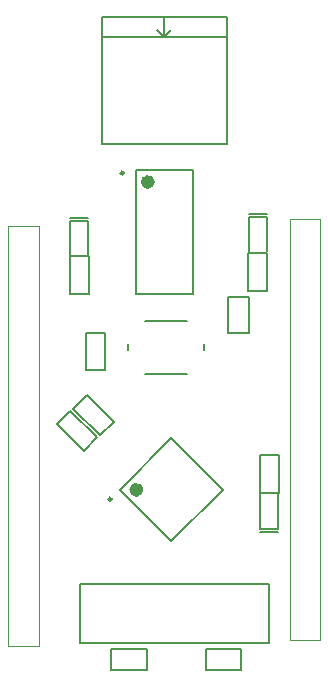
<source format=gto>
G04*
G04 #@! TF.GenerationSoftware,Altium Limited,Altium Designer,20.0.13 (296)*
G04*
G04 Layer_Color=65535*
%FSLAX44Y44*%
%MOMM*%
G71*
G01*
G75*
%ADD10C,0.2500*%
%ADD11C,0.6000*%
%ADD12C,0.2000*%
%ADD13C,0.1000*%
D10*
X107500Y431250D02*
G03*
X107500Y431250I-1250J0D01*
G01*
X97454Y155045D02*
G03*
X97454Y155045I-1250J0D01*
G01*
D11*
X131000Y423500D02*
G03*
X131000Y423500I-3000J0D01*
G01*
X121301Y163000D02*
G03*
X121301Y163000I-3000J0D01*
G01*
D12*
X196000Y302000D02*
Y326000D01*
X214000D01*
Y296000D02*
Y326000D01*
X196000Y296000D02*
X214000D01*
X196000D02*
Y302000D01*
X213000Y331000D02*
Y363000D01*
X229000D01*
Y331000D02*
Y363000D01*
X213000Y331000D02*
X229000D01*
X62000Y329000D02*
Y361000D01*
X78000D01*
Y329000D02*
Y361000D01*
X62000Y329000D02*
X78000D01*
X118000Y328500D02*
Y433500D01*
X166000Y328500D02*
Y433500D01*
X118000D02*
X166000D01*
X118000Y328500D02*
X166000D01*
X231000Y58000D02*
Y83000D01*
X71000D02*
X231000D01*
X71000Y33000D02*
Y83000D01*
Y33000D02*
X231000D01*
Y58000D01*
X148000Y119159D02*
X191841Y163000D01*
X104159D02*
X148000Y206841D01*
X191841Y163000D01*
X104159D02*
X148000Y119159D01*
X126000Y306000D02*
X161000D01*
X126000Y261000D02*
X161000D01*
X176000Y281000D02*
Y286000D01*
Y281000D02*
Y286000D01*
X111000Y281000D02*
Y286000D01*
X76000Y264000D02*
Y296000D01*
X92000D01*
Y264000D02*
Y296000D01*
X76000Y264000D02*
X92000D01*
X223000Y160000D02*
Y192000D01*
X239000D01*
Y160000D02*
Y192000D01*
X223000Y160000D02*
X239000D01*
X62343Y229971D02*
X84971Y207343D01*
X73657Y196029D02*
X84971Y207343D01*
X51029Y218657D02*
X73657Y196029D01*
X51029Y218657D02*
X62343Y229971D01*
X76343Y242971D02*
X98970Y220343D01*
X87657Y209030D02*
X98970Y220343D01*
X65029Y231657D02*
X87657Y209030D01*
X65029Y231657D02*
X76343Y242971D01*
X136000Y551900D02*
X142000Y545900D01*
X148000Y551900D01*
X142000Y545900D02*
Y545900D01*
Y545900D02*
Y562900D01*
X89000Y545900D02*
X195000D01*
X171000Y455900D02*
X195000D01*
Y562900D01*
X89000D02*
X195000D01*
X89000Y455900D02*
Y562900D01*
Y455900D02*
X173000D01*
X223380Y127220D02*
X238620D01*
X223380Y129760D02*
Y158970D01*
Y129760D02*
X238620D01*
Y158970D01*
X62380Y392780D02*
X77620D01*
Y361030D02*
Y390240D01*
X62380D02*
X77620D01*
X62380Y361030D02*
Y390240D01*
X213380Y396780D02*
X228620D01*
Y365030D02*
Y394240D01*
X213380D02*
X228620D01*
X213380Y365030D02*
Y394240D01*
X177000Y28000D02*
X183000D01*
X177000Y10000D02*
Y28000D01*
Y10000D02*
X207000D01*
Y28000D01*
X183000D02*
X207000D01*
X121000Y10000D02*
X127000D01*
Y28000D01*
X97000D02*
X127000D01*
X97000Y10000D02*
Y28000D01*
Y10000D02*
X121000D01*
D13*
X248000Y392000D02*
X258000D01*
X248000D02*
X248000Y36000D01*
X274000D01*
X274000Y392000D02*
X274000Y36000D01*
X260000Y392000D02*
X274000D01*
X258000D02*
X260000D01*
X26000Y30600D02*
X36000D01*
X36000Y386600D02*
X36000Y30600D01*
X10000Y386600D02*
X36000D01*
X10000D02*
X10000Y30600D01*
X24000D01*
X26000D01*
M02*

</source>
